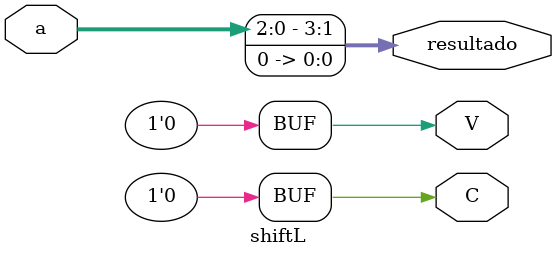
<source format=sv>
module shiftL #(parameter N = 4) (input logic[N-1:0] a, output logic [N-1:0] resultado, output bit V, output bit C);
	
	assign C = 0;
	assign V = 0;
	
	always_comb  begin
		resultado = a << 1;
	end
	
endmodule 
</source>
